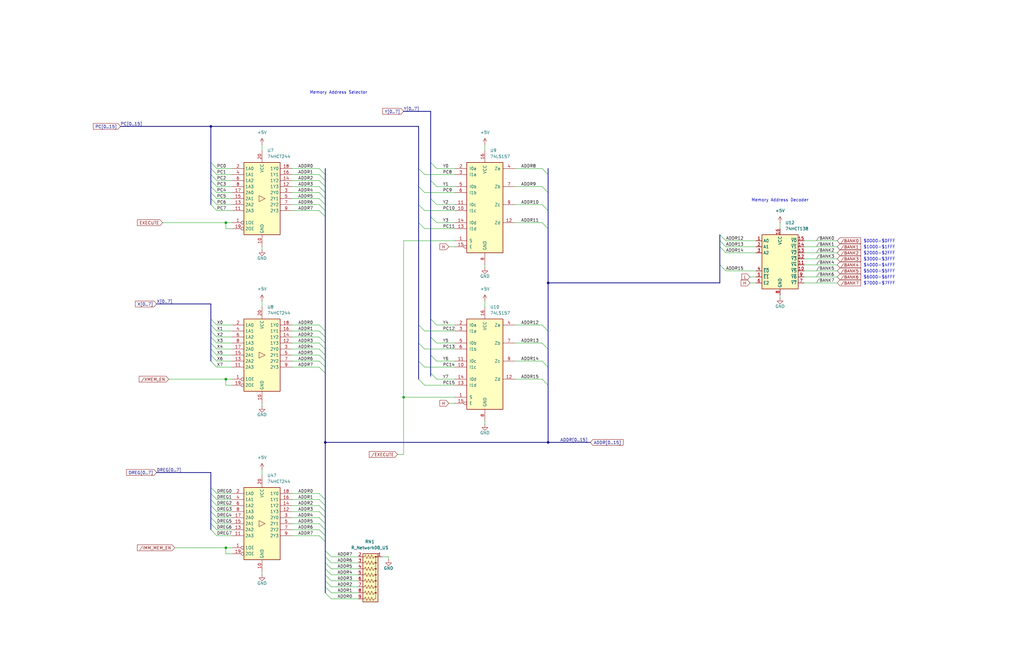
<source format=kicad_sch>
(kicad_sch (version 20231120) (generator "eeschema") (generator_version "8.0")
  (paper "B")
  (lib_symbols
    (symbol "74xx:74HCT138"
      (property "Reference" "U" (at -7.62 13.97 0))
      (property "Value" "74HCT138" (at 2.54 -11.43 0))
      (symbol "74HCT138_0_1"
        (rectangle (start -7.62 12.7) (end 7.62 -10.16) (stroke (width 0.254)) (fill (type background)))
      )
      (symbol "74HCT138_1_1"
        (pin input line (at -10.16 10.16 0) (length 2.54) (name "A0") (number "1"))
        (pin output line (at 10.16 -2.54 180) (length 2.54) (name "~{Y5}") (number "10"))
        (pin output line (at 10.16 0 180) (length 2.54) (name "~{Y4}") (number "11"))
        (pin output line (at 10.16 2.54 180) (length 2.54) (name "~{Y3}") (number "12"))
        (pin output line (at 10.16 5.08 180) (length 2.54) (name "~{Y2}") (number "13"))
        (pin output line (at 10.16 7.62 180) (length 2.54) (name "~{Y1}") (number "14"))
        (pin output line (at 10.16 10.16 180) (length 2.54) (name "~{Y0}") (number "15"))
        (pin power_in line (at 0 15.24 270) (length 2.54) (name "VCC") (number "16"))
        (pin input line (at -10.16 7.62 0) (length 2.54) (name "A1") (number "2"))
        (pin input line (at -10.16 5.08 0) (length 2.54) (name "A2") (number "3"))
        (pin input line (at -10.16 -2.54 0) (length 2.54) (name "~{E0}") (number "4"))
        (pin input line (at -10.16 -5.08 0) (length 2.54) (name "~{E1}") (number "5"))
        (pin input line (at -10.16 -7.62 0) (length 2.54) (name "E2") (number "6"))
        (pin output line (at 10.16 -7.62 180) (length 2.54) (name "~{Y7}") (number "7"))
        (pin power_in line (at 0 -12.7 90) (length 2.54) (name "GND") (number "8"))
        (pin output line (at 10.16 -5.08 180) (length 2.54) (name "~{Y6}") (number "9"))
      )
    )
    (symbol "74xx:74HCT244"
      (property "Reference" "U" (at -7.62 16.51 0))
      (property "Value" "74HCT244" (at -7.62 -16.51 0))
      (symbol "74HCT244_1_0"
        (polyline (pts (xy 1.27 0) (xy -1.27 1.27) (xy -1.27 -1.27) (xy 1.27 0)) (stroke (width 0.1524)))
        (pin input inverted (at -12.7 -10.16 0) (length 5.08) (name "1OE") (number "1"))
        (pin power_in line (at 0 -20.32 90) (length 5.08) (name "GND") (number "10"))
        (pin input line (at -12.7 -5.08 0) (length 5.08) (name "2A3") (number "11"))
        (pin tri_state line (at 12.7 5.08 180) (length 5.08) (name "1Y3") (number "12"))
        (pin input line (at -12.7 -2.54 0) (length 5.08) (name "2A2") (number "13"))
        (pin tri_state line (at 12.7 7.62 180) (length 5.08) (name "1Y2") (number "14"))
        (pin input line (at -12.7 0 0) (length 5.08) (name "2A1") (number "15"))
        (pin tri_state line (at 12.7 10.16 180) (length 5.08) (name "1Y1") (number "16"))
        (pin input line (at -12.7 2.54 0) (length 5.08) (name "2A0") (number "17"))
        (pin tri_state line (at 12.7 12.7 180) (length 5.08) (name "1Y0") (number "18"))
        (pin input inverted (at -12.7 -12.7 0) (length 5.08) (name "2OE") (number "19"))
        (pin input line (at -12.7 12.7 0) (length 5.08) (name "1A0") (number "2"))
        (pin power_in line (at 0 20.32 270) (length 5.08) (name "VCC") (number "20"))
        (pin tri_state line (at 12.7 2.54 180) (length 5.08) (name "2Y0") (number "3"))
        (pin input line (at -12.7 10.16 0) (length 5.08) (name "1A1") (number "4"))
        (pin tri_state line (at 12.7 0 180) (length 5.08) (name "2Y1") (number "5"))
        (pin input line (at -12.7 7.62 0) (length 5.08) (name "1A2") (number "6"))
        (pin tri_state line (at 12.7 -2.54 180) (length 5.08) (name "2Y2") (number "7"))
        (pin input line (at -12.7 5.08 0) (length 5.08) (name "1A3") (number "8"))
        (pin tri_state line (at 12.7 -5.08 180) (length 5.08) (name "2Y3") (number "9"))
      )
      (symbol "74HCT244_1_1"
        (rectangle (start -7.62 15.24) (end 7.62 -15.24) (stroke (width 0.254)) (fill (type background)))
      )
    )
    (symbol "74xx:74LS157" (pin_names (offset 1.016))
      (property "Reference" "U" (at -7.62 19.05 0))
      (property "Value" "74LS157" (at -7.62 -21.59 0))
      (symbol "74LS157_1_0"
        (pin input line (at -12.7 -15.24 0) (length 5.08) (name "S") (number "1"))
        (pin input line (at -12.7 -2.54 0) (length 5.08) (name "I1c") (number "10"))
        (pin input line (at -12.7 0 0) (length 5.08) (name "I0c") (number "11"))
        (pin output line (at 12.7 -7.62 180) (length 5.08) (name "Zd") (number "12"))
        (pin input line (at -12.7 -10.16 0) (length 5.08) (name "I1d") (number "13"))
        (pin input line (at -12.7 -7.62 0) (length 5.08) (name "I0d") (number "14"))
        (pin input inverted (at -12.7 -17.78 0) (length 5.08) (name "E") (number "15"))
        (pin power_in line (at 0 22.86 270) (length 5.08) (name "VCC") (number "16"))
        (pin input line (at -12.7 15.24 0) (length 5.08) (name "I0a") (number "2"))
        (pin input line (at -12.7 12.7 0) (length 5.08) (name "I1a") (number "3"))
        (pin output line (at 12.7 15.24 180) (length 5.08) (name "Za") (number "4"))
        (pin input line (at -12.7 7.62 0) (length 5.08) (name "I0b") (number "5"))
        (pin input line (at -12.7 5.08 0) (length 5.08) (name "I1b") (number "6"))
        (pin output line (at 12.7 7.62 180) (length 5.08) (name "Zb") (number "7"))
        (pin power_in line (at 0 -25.4 90) (length 5.08) (name "GND") (number "8"))
        (pin output line (at 12.7 0 180) (length 5.08) (name "Zc") (number "9"))
      )
      (symbol "74LS157_1_1"
        (rectangle (start -7.62 17.78) (end 7.62 -20.32) (stroke (width 0.254)) (fill (type background)))
      )
    )
    (symbol "Device:R_Network08_US" (pin_names (offset 0) hide)
      (property "Reference" "RN" (at -12.7 0 90))
      (property "Value" "R_Network08_US" (at 10.16 0 90))
      (symbol "R_Network08_US_0_1"
        (rectangle (start -11.43 -3.175) (end 8.89 3.175) (stroke (width 0.254)) (fill (type background)))
        (circle (center -10.16 2.286) (radius 0.254) (fill (type outline)))
        (circle (center -7.62 2.286) (radius 0.254) (fill (type outline)))
        (circle (center -5.08 2.286) (radius 0.254) (fill (type outline)))
        (circle (center -2.54 2.286) (radius 0.254) (fill (type outline)))
        (polyline (pts (xy -10.16 2.286) (xy 7.62 2.286)))
        (polyline (pts (xy -10.16 2.286) (xy -10.16 1.524) (xy -9.398 1.1684) (xy -10.922 0.508) (xy -9.398 -0.1524) (xy -10.922 -0.8382) (xy -9.398 -1.524) (xy -10.922 -2.1844) (xy -10.16 -2.54) (xy -10.16 -3.81)))
        (polyline (pts (xy -7.62 2.286) (xy -7.62 1.524) (xy -6.858 1.1684) (xy -8.382 0.508) (xy -6.858 -0.1524) (xy -8.382 -0.8382) (xy -6.858 -1.524) (xy -8.382 -2.1844) (xy -7.62 -2.54) (xy -7.62 -3.81)))
        (polyline (pts (xy -5.08 2.286) (xy -5.08 1.524) (xy -4.318 1.1684) (xy -5.842 0.508) (xy -4.318 -0.1524) (xy -5.842 -0.8382) (xy -4.318 -1.524) (xy -5.842 -2.1844) (xy -5.08 -2.54) (xy -5.08 -3.81)))
        (polyline (pts (xy -2.54 2.286) (xy -2.54 1.524) (xy -1.778 1.1684) (xy -3.302 0.508) (xy -1.778 -0.1524) (xy -3.302 -0.8382) (xy -1.778 -1.524) (xy -3.302 -2.1844) (xy -2.54 -2.54) (xy -2.54 -3.81)))
        (polyline (pts (xy 0 2.286) (xy 0 1.524) (xy 0.762 1.1684) (xy -0.762 0.508) (xy 0.762 -0.1524) (xy -0.762 -0.8382) (xy 0.762 -1.524) (xy -0.762 -2.1844) (xy 0 -2.54) (xy 0 -3.81)))
        (polyline (pts (xy 2.54 2.286) (xy 2.54 1.524) (xy 3.302 1.1684) (xy 1.778 0.508) (xy 3.302 -0.1524) (xy 1.778 -0.8382) (xy 3.302 -1.524) (xy 1.778 -2.1844) (xy 2.54 -2.54) (xy 2.54 -3.81)))
        (polyline (pts (xy 5.08 2.286) (xy 5.08 1.524) (xy 5.842 1.1684) (xy 4.318 0.508) (xy 5.842 -0.1524) (xy 4.318 -0.8382) (xy 5.842 -1.524) (xy 4.318 -2.1844) (xy 5.08 -2.54) (xy 5.08 -3.81)))
        (polyline (pts (xy 7.62 2.286) (xy 7.62 1.524) (xy 8.382 1.1684) (xy 6.858 0.508) (xy 8.382 -0.1524) (xy 6.858 -0.8382) (xy 8.382 -1.524) (xy 6.858 -2.1844) (xy 7.62 -2.54) (xy 7.62 -3.81)))
        (circle (center 0 2.286) (radius 0.254) (fill (type outline)))
        (circle (center 2.54 2.286) (radius 0.254) (fill (type outline)))
        (circle (center 5.08 2.286) (radius 0.254) (fill (type outline)))
      )
      (symbol "R_Network08_US_1_1"
        (pin passive line (at -10.16 5.08 270) (length 2.54) (name "common") (number "1"))
        (pin passive line (at -10.16 -5.08 90) (length 1.27) (name "R1") (number "2"))
        (pin passive line (at -7.62 -5.08 90) (length 1.27) (name "R2") (number "3"))
        (pin passive line (at -5.08 -5.08 90) (length 1.27) (name "R3") (number "4"))
        (pin passive line (at -2.54 -5.08 90) (length 1.27) (name "R4") (number "5"))
        (pin passive line (at 0 -5.08 90) (length 1.27) (name "R5") (number "6"))
        (pin passive line (at 2.54 -5.08 90) (length 1.27) (name "R6") (number "7"))
        (pin passive line (at 5.08 -5.08 90) (length 1.27) (name "R7") (number "8"))
        (pin passive line (at 7.62 -5.08 90) (length 1.27) (name "R8") (number "9"))
      )
    )
    (symbol "power:+5V" (power) (pin_numbers hide) (pin_names (offset 0) hide)
      (property "Value" "+5V" (at 0 3.556 0))
      (symbol "+5V_0_1"
        (polyline (pts (xy -0.762 1.27) (xy 0 2.54)))
        (polyline (pts (xy 0 0) (xy 0 2.54)))
        (polyline (pts (xy 0 2.54) (xy 0.762 1.27)))
      )
      (symbol "+5V_1_1"
        (pin power_in line (at 0 0 90) (length 0) (name "~") (number "1"))
      )
    )
    (symbol "power:GND" (power) (pin_numbers hide) (pin_names (offset 0) hide)
      (property "Value" "GND" (at 0 -3.81 0))
      (symbol "GND_0_1"
        (polyline (pts (xy 0 0) (xy 0 -1.27) (xy 1.27 -1.27) (xy 0 -2.54) (xy -1.27 -1.27) (xy 0 -1.27)))
      )
      (symbol "GND_1_1"
        (pin power_in line (at 0 0 270) (length 0) (name "~") (number "1"))
      )
    )
  )
  (junction (at 170.18 167.64))
  (junction (at 231.14 186.69))
  (junction (at 137.16 186.69))
  (junction (at 95.25 160.02))
  (junction (at 231.14 119.38))
  (junction (at 95.25 93.98))
  (junction (at 88.9 53.34))
  (junction (at 95.25 231.14))
  (bus_entry (at 181.61 83.82) (size 2.54 2.54))
  (bus_entry (at 303.53 111.76) (size 2.54 2.54))
  (bus_entry (at 134.62 223.52) (size 2.54 2.54))
  (bus_entry (at 176.53 152.4) (size 2.54 2.54))
  (bus_entry (at 88.9 220.98) (size 2.54 2.54))
  (bus_entry (at 134.62 81.28) (size 2.54 2.54))
  (bus_entry (at 88.9 210.82) (size 2.54 2.54))
  (bus_entry (at 88.9 152.4) (size 2.54 2.54))
  (bus_entry (at 88.9 142.24) (size 2.54 2.54))
  (bus_entry (at 88.9 213.36) (size 2.54 2.54))
  (bus_entry (at 88.9 144.78) (size 2.54 2.54))
  (bus_entry (at 303.53 99.06) (size 2.54 2.54))
  (bus_entry (at 88.9 78.74) (size 2.54 2.54))
  (bus_entry (at 88.9 71.12) (size 2.54 2.54))
  (bus_entry (at 134.62 213.36) (size 2.54 2.54))
  (bus_entry (at 88.9 208.28) (size 2.54 2.54))
  (bus_entry (at 134.62 154.94) (size 2.54 2.54))
  (bus_entry (at 139.7 234.95) (size -2.54 -2.54))
  (bus_entry (at 88.9 139.7) (size 2.54 2.54))
  (bus_entry (at 134.62 144.78) (size 2.54 2.54))
  (bus_entry (at 228.6 144.78) (size 2.54 2.54))
  (bus_entry (at 88.9 205.74) (size 2.54 2.54))
  (bus_entry (at 134.62 215.9) (size 2.54 2.54))
  (bus_entry (at 88.9 76.2) (size 2.54 2.54))
  (bus_entry (at 88.9 81.28) (size 2.54 2.54))
  (bus_entry (at 181.61 157.48) (size 2.54 2.54))
  (bus_entry (at 134.62 218.44) (size 2.54 2.54))
  (bus_entry (at 134.62 147.32) (size 2.54 2.54))
  (bus_entry (at 134.62 149.86) (size 2.54 2.54))
  (bus_entry (at 181.61 91.44) (size 2.54 2.54))
  (bus_entry (at 181.61 142.24) (size 2.54 2.54))
  (bus_entry (at 176.53 144.78) (size 2.54 2.54))
  (bus_entry (at 139.7 242.57) (size -2.54 -2.54))
  (bus_entry (at 88.9 134.62) (size 2.54 2.54))
  (bus_entry (at 134.62 137.16) (size 2.54 2.54))
  (bus_entry (at 228.6 152.4) (size 2.54 2.54))
  (bus_entry (at 134.62 71.12) (size 2.54 2.54))
  (bus_entry (at 88.9 68.58) (size 2.54 2.54))
  (bus_entry (at 303.53 101.6) (size 2.54 2.54))
  (bus_entry (at 176.53 78.74) (size 2.54 2.54))
  (bus_entry (at 88.9 147.32) (size 2.54 2.54))
  (bus_entry (at 181.61 134.62) (size 2.54 2.54))
  (bus_entry (at 228.6 71.12) (size 2.54 2.54))
  (bus_entry (at 176.53 93.98) (size 2.54 2.54))
  (bus_entry (at 88.9 218.44) (size 2.54 2.54))
  (bus_entry (at 134.62 83.82) (size 2.54 2.54))
  (bus_entry (at 303.53 104.14) (size 2.54 2.54))
  (bus_entry (at 134.62 210.82) (size 2.54 2.54))
  (bus_entry (at 176.53 71.12) (size 2.54 2.54))
  (bus_entry (at 139.7 240.03) (size -2.54 -2.54))
  (bus_entry (at 139.7 250.19) (size -2.54 -2.54))
  (bus_entry (at 88.9 73.66) (size 2.54 2.54))
  (bus_entry (at 228.6 93.98) (size 2.54 2.54))
  (bus_entry (at 176.53 160.02) (size 2.54 2.54))
  (bus_entry (at 134.62 139.7) (size 2.54 2.54))
  (bus_entry (at 88.9 215.9) (size 2.54 2.54))
  (bus_entry (at 88.9 137.16) (size 2.54 2.54))
  (bus_entry (at 228.6 86.36) (size 2.54 2.54))
  (bus_entry (at 88.9 86.36) (size 2.54 2.54))
  (bus_entry (at 134.62 78.74) (size 2.54 2.54))
  (bus_entry (at 181.61 76.2) (size 2.54 2.54))
  (bus_entry (at 139.7 245.11) (size -2.54 -2.54))
  (bus_entry (at 134.62 152.4) (size 2.54 2.54))
  (bus_entry (at 134.62 73.66) (size 2.54 2.54))
  (bus_entry (at 228.6 160.02) (size 2.54 2.54))
  (bus_entry (at 88.9 149.86) (size 2.54 2.54))
  (bus_entry (at 139.7 237.49) (size -2.54 -2.54))
  (bus_entry (at 134.62 88.9) (size 2.54 2.54))
  (bus_entry (at 176.53 137.16) (size 2.54 2.54))
  (bus_entry (at 228.6 137.16) (size 2.54 2.54))
  (bus_entry (at 134.62 220.98) (size 2.54 2.54))
  (bus_entry (at 176.53 86.36) (size 2.54 2.54))
  (bus_entry (at 88.9 223.52) (size 2.54 2.54))
  (bus_entry (at 181.61 68.58) (size 2.54 2.54))
  (bus_entry (at 134.62 86.36) (size 2.54 2.54))
  (bus_entry (at 139.7 252.73) (size -2.54 -2.54))
  (bus_entry (at 88.9 83.82) (size 2.54 2.54))
  (bus_entry (at 139.7 247.65) (size -2.54 -2.54))
  (bus_entry (at 228.6 78.74) (size 2.54 2.54))
  (bus_entry (at 134.62 142.24) (size 2.54 2.54))
  (bus_entry (at 134.62 76.2) (size 2.54 2.54))
  (bus_entry (at 134.62 208.28) (size 2.54 2.54))
  (bus_entry (at 181.61 149.86) (size 2.54 2.54))
  (bus_entry (at 134.62 226.06) (size 2.54 2.54))
  (bus (pts (xy 231.14 147.32) (xy 231.14 154.94)))
  (wire (pts (xy 123.19 83.82) (xy 134.62 83.82)))
  (wire (pts (xy 191.77 101.6) (xy 170.18 101.6)))
  (wire (pts (xy 184.15 144.78) (xy 191.77 144.78)))
  (wire (pts (xy 204.47 60.96) (xy 204.47 63.5)))
  (bus (pts (xy 231.14 139.7) (xy 231.14 147.32)))
  (bus (pts (xy 181.61 83.82) (xy 181.61 91.44)))
  (wire (pts (xy 328.93 124.46) (xy 328.93 125.73)))
  (wire (pts (xy 97.79 96.52) (xy 95.25 96.52)))
  (wire (pts (xy 179.07 96.52) (xy 191.77 96.52)))
  (bus (pts (xy 88.9 139.7) (xy 88.9 142.24)))
  (wire (pts (xy 110.49 60.96) (xy 110.49 63.5)))
  (wire (pts (xy 217.17 71.12) (xy 228.6 71.12)))
  (bus (pts (xy 88.9 218.44) (xy 88.9 220.98)))
  (wire (pts (xy 73.66 231.14) (xy 95.25 231.14)))
  (wire (pts (xy 95.25 160.02) (xy 97.79 160.02)))
  (bus (pts (xy 137.16 223.52) (xy 137.16 226.06)))
  (wire (pts (xy 339.09 119.38) (xy 353.06 119.38)))
  (bus (pts (xy 137.16 240.03) (xy 137.16 237.49)))
  (wire (pts (xy 339.09 106.68) (xy 353.06 106.68)))
  (wire (pts (xy 306.07 104.14) (xy 318.77 104.14)))
  (wire (pts (xy 179.07 162.56) (xy 191.77 162.56)))
  (bus (pts (xy 88.9 71.12) (xy 88.9 73.66)))
  (wire (pts (xy 217.17 144.78) (xy 228.6 144.78)))
  (bus (pts (xy 137.16 242.57) (xy 137.16 245.11)))
  (wire (pts (xy 91.44 137.16) (xy 97.79 137.16)))
  (bus (pts (xy 88.9 199.39) (xy 88.9 205.74)))
  (wire (pts (xy 123.19 137.16) (xy 134.62 137.16)))
  (bus (pts (xy 137.16 215.9) (xy 137.16 218.44)))
  (wire (pts (xy 91.44 142.24) (xy 97.79 142.24)))
  (wire (pts (xy 204.47 177.8) (xy 204.47 179.07)))
  (bus (pts (xy 176.53 160.02) (xy 176.53 152.4)))
  (wire (pts (xy 189.23 170.18) (xy 191.77 170.18)))
  (wire (pts (xy 123.19 218.44) (xy 134.62 218.44)))
  (bus (pts (xy 88.9 220.98) (xy 88.9 223.52)))
  (bus (pts (xy 137.16 228.6) (xy 137.16 232.41)))
  (wire (pts (xy 184.15 152.4) (xy 191.77 152.4)))
  (wire (pts (xy 151.13 237.49) (xy 139.7 237.49)))
  (bus (pts (xy 137.16 186.69) (xy 231.14 186.69)))
  (bus (pts (xy 88.9 134.62) (xy 88.9 137.16)))
  (wire (pts (xy 339.09 104.14) (xy 353.06 104.14)))
  (bus (pts (xy 181.61 91.44) (xy 181.61 134.62)))
  (wire (pts (xy 179.07 73.66) (xy 191.77 73.66)))
  (wire (pts (xy 95.25 93.98) (xy 97.79 93.98)))
  (bus (pts (xy 137.16 73.66) (xy 137.16 76.2)))
  (bus (pts (xy 137.16 220.98) (xy 137.16 223.52)))
  (bus (pts (xy 181.61 142.24) (xy 181.61 149.86)))
  (bus (pts (xy 231.14 73.66) (xy 231.14 81.28)))
  (bus (pts (xy 137.16 154.94) (xy 137.16 157.48)))
  (wire (pts (xy 91.44 220.98) (xy 97.79 220.98)))
  (bus (pts (xy 88.9 137.16) (xy 88.9 139.7)))
  (wire (pts (xy 123.19 149.86) (xy 134.62 149.86)))
  (wire (pts (xy 91.44 73.66) (xy 97.79 73.66)))
  (wire (pts (xy 91.44 86.36) (xy 97.79 86.36)))
  (bus (pts (xy 137.16 78.74) (xy 137.16 81.28)))
  (bus (pts (xy 88.9 83.82) (xy 88.9 86.36)))
  (bus (pts (xy 88.9 205.74) (xy 88.9 208.28)))
  (wire (pts (xy 123.19 73.66) (xy 134.62 73.66)))
  (wire (pts (xy 91.44 154.94) (xy 97.79 154.94)))
  (wire (pts (xy 91.44 88.9) (xy 97.79 88.9)))
  (bus (pts (xy 181.61 157.48) (xy 181.61 158.75)))
  (wire (pts (xy 184.15 86.36) (xy 191.77 86.36)))
  (bus (pts (xy 50.8 53.34) (xy 88.9 53.34)))
  (bus (pts (xy 88.9 142.24) (xy 88.9 144.78)))
  (bus (pts (xy 170.18 46.99) (xy 181.61 46.99)))
  (wire (pts (xy 91.44 139.7) (xy 97.79 139.7)))
  (bus (pts (xy 181.61 134.62) (xy 181.61 142.24)))
  (wire (pts (xy 123.19 220.98) (xy 134.62 220.98)))
  (wire (pts (xy 91.44 78.74) (xy 97.79 78.74)))
  (wire (pts (xy 316.23 116.84) (xy 318.77 116.84)))
  (wire (pts (xy 184.15 93.98) (xy 191.77 93.98)))
  (bus (pts (xy 176.53 144.78) (xy 176.53 137.16)))
  (wire (pts (xy 91.44 83.82) (xy 97.79 83.82)))
  (wire (pts (xy 95.25 96.52) (xy 95.25 93.98)))
  (bus (pts (xy 137.16 232.41) (xy 137.16 234.95)))
  (wire (pts (xy 91.44 81.28) (xy 97.79 81.28)))
  (bus (pts (xy 88.9 53.34) (xy 88.9 68.58)))
  (wire (pts (xy 306.07 106.68) (xy 318.77 106.68)))
  (wire (pts (xy 151.13 247.65) (xy 139.7 247.65)))
  (bus (pts (xy 88.9 147.32) (xy 88.9 149.86)))
  (bus (pts (xy 88.9 128.27) (xy 88.9 134.62)))
  (wire (pts (xy 95.25 233.68) (xy 95.25 231.14)))
  (bus (pts (xy 88.9 68.58) (xy 88.9 71.12)))
  (wire (pts (xy 123.19 81.28) (xy 134.62 81.28)))
  (wire (pts (xy 123.19 210.82) (xy 134.62 210.82)))
  (wire (pts (xy 170.18 167.64) (xy 170.18 191.77)))
  (bus (pts (xy 176.53 137.16) (xy 176.53 93.98)))
  (wire (pts (xy 339.09 111.76) (xy 353.06 111.76)))
  (bus (pts (xy 88.9 213.36) (xy 88.9 215.9)))
  (wire (pts (xy 123.19 152.4) (xy 134.62 152.4)))
  (wire (pts (xy 306.07 101.6) (xy 318.77 101.6)))
  (bus (pts (xy 231.14 119.38) (xy 231.14 139.7)))
  (wire (pts (xy 123.19 215.9) (xy 134.62 215.9)))
  (wire (pts (xy 204.47 127) (xy 204.47 129.54)))
  (wire (pts (xy 123.19 147.32) (xy 134.62 147.32)))
  (bus (pts (xy 88.9 81.28) (xy 88.9 83.82)))
  (bus (pts (xy 176.53 53.34) (xy 176.53 71.12)))
  (bus (pts (xy 137.16 76.2) (xy 137.16 78.74)))
  (wire (pts (xy 123.19 86.36) (xy 134.62 86.36)))
  (bus (pts (xy 303.53 101.6) (xy 303.53 104.14)))
  (bus (pts (xy 88.9 78.74) (xy 88.9 81.28)))
  (wire (pts (xy 110.49 241.3) (xy 110.49 242.57)))
  (bus (pts (xy 231.14 96.52) (xy 231.14 119.38)))
  (wire (pts (xy 167.64 191.77) (xy 170.18 191.77)))
  (bus (pts (xy 231.14 119.38) (xy 303.53 119.38)))
  (wire (pts (xy 91.44 208.28) (xy 97.79 208.28)))
  (wire (pts (xy 123.19 78.74) (xy 134.62 78.74)))
  (wire (pts (xy 91.44 213.36) (xy 97.79 213.36)))
  (wire (pts (xy 123.19 154.94) (xy 134.62 154.94)))
  (wire (pts (xy 110.49 198.12) (xy 110.49 200.66)))
  (wire (pts (xy 217.17 152.4) (xy 228.6 152.4)))
  (wire (pts (xy 123.19 71.12) (xy 134.62 71.12)))
  (bus (pts (xy 137.16 152.4) (xy 137.16 154.94)))
  (bus (pts (xy 88.9 208.28) (xy 88.9 210.82)))
  (wire (pts (xy 316.23 119.38) (xy 318.77 119.38)))
  (bus (pts (xy 137.16 242.57) (xy 137.16 240.03)))
  (wire (pts (xy 328.93 93.98) (xy 328.93 96.52)))
  (wire (pts (xy 123.19 76.2) (xy 134.62 76.2)))
  (wire (pts (xy 151.13 250.19) (xy 139.7 250.19)))
  (wire (pts (xy 123.19 213.36) (xy 134.62 213.36)))
  (wire (pts (xy 189.23 104.14) (xy 191.77 104.14)))
  (bus (pts (xy 137.16 250.19) (xy 137.16 247.65)))
  (bus (pts (xy 303.53 111.76) (xy 303.53 119.38)))
  (wire (pts (xy 91.44 218.44) (xy 97.79 218.44)))
  (bus (pts (xy 176.53 86.36) (xy 176.53 78.74)))
  (wire (pts (xy 217.17 93.98) (xy 228.6 93.98)))
  (wire (pts (xy 184.15 71.12) (xy 191.77 71.12)))
  (bus (pts (xy 176.53 78.74) (xy 176.53 71.12)))
  (bus (pts (xy 88.9 76.2) (xy 88.9 78.74)))
  (bus (pts (xy 137.16 88.9) (xy 137.16 91.44)))
  (wire (pts (xy 123.19 208.28) (xy 134.62 208.28)))
  (wire (pts (xy 91.44 71.12) (xy 97.79 71.12)))
  (bus (pts (xy 137.16 139.7) (xy 137.16 142.24)))
  (wire (pts (xy 163.83 236.22) (xy 163.83 234.95)))
  (wire (pts (xy 339.09 101.6) (xy 353.06 101.6)))
  (wire (pts (xy 151.13 240.03) (xy 139.7 240.03)))
  (bus (pts (xy 88.9 210.82) (xy 88.9 213.36)))
  (wire (pts (xy 217.17 86.36) (xy 228.6 86.36)))
  (wire (pts (xy 123.19 223.52) (xy 134.62 223.52)))
  (bus (pts (xy 66.04 128.27) (xy 88.9 128.27)))
  (bus (pts (xy 137.16 210.82) (xy 137.16 213.36)))
  (wire (pts (xy 170.18 167.64) (xy 191.77 167.64)))
  (wire (pts (xy 339.09 109.22) (xy 353.06 109.22)))
  (wire (pts (xy 179.07 154.94) (xy 191.77 154.94)))
  (bus (pts (xy 181.61 76.2) (xy 181.61 83.82)))
  (wire (pts (xy 151.13 242.57) (xy 139.7 242.57)))
  (wire (pts (xy 91.44 149.86) (xy 97.79 149.86)))
  (bus (pts (xy 303.53 99.06) (xy 303.53 101.6)))
  (bus (pts (xy 137.16 144.78) (xy 137.16 147.32)))
  (wire (pts (xy 110.49 170.18) (xy 110.49 171.45)))
  (bus (pts (xy 66.04 199.39) (xy 88.9 199.39)))
  (wire (pts (xy 97.79 162.56) (xy 95.25 162.56)))
  (wire (pts (xy 95.25 231.14) (xy 97.79 231.14)))
  (bus (pts (xy 181.61 46.99) (xy 181.61 68.58)))
  (bus (pts (xy 137.16 142.24) (xy 137.16 144.78)))
  (bus (pts (xy 88.9 215.9) (xy 88.9 218.44)))
  (bus (pts (xy 137.16 86.36) (xy 137.16 88.9)))
  (wire (pts (xy 184.15 78.74) (xy 191.77 78.74)))
  (wire (pts (xy 91.44 152.4) (xy 97.79 152.4)))
  (bus (pts (xy 181.61 149.86) (xy 181.61 157.48)))
  (wire (pts (xy 306.07 114.3) (xy 318.77 114.3)))
  (bus (pts (xy 231.14 71.12) (xy 231.14 73.66)))
  (bus (pts (xy 231.14 154.94) (xy 231.14 162.56)))
  (wire (pts (xy 91.44 223.52) (xy 97.79 223.52)))
  (bus (pts (xy 137.16 81.28) (xy 137.16 83.82)))
  (wire (pts (xy 97.79 233.68) (xy 95.25 233.68)))
  (wire (pts (xy 110.49 127) (xy 110.49 129.54)))
  (bus (pts (xy 137.16 213.36) (xy 137.16 215.9)))
  (bus (pts (xy 137.16 226.06) (xy 137.16 228.6)))
  (bus (pts (xy 303.53 104.14) (xy 303.53 111.76)))
  (bus (pts (xy 176.53 152.4) (xy 176.53 144.78)))
  (wire (pts (xy 204.47 111.76) (xy 204.47 113.03)))
  (wire (pts (xy 123.19 139.7) (xy 134.62 139.7)))
  (wire (pts (xy 123.19 142.24) (xy 134.62 142.24)))
  (wire (pts (xy 151.13 234.95) (xy 139.7 234.95)))
  (bus (pts (xy 137.16 218.44) (xy 137.16 220.98)))
  (bus (pts (xy 88.9 144.78) (xy 88.9 147.32)))
  (wire (pts (xy 179.07 88.9) (xy 191.77 88.9)))
  (wire (pts (xy 179.07 139.7) (xy 191.77 139.7)))
  (wire (pts (xy 151.13 252.73) (xy 139.7 252.73)))
  (bus (pts (xy 137.16 147.32) (xy 137.16 149.86)))
  (wire (pts (xy 179.07 147.32) (xy 191.77 147.32)))
  (bus (pts (xy 137.16 83.82) (xy 137.16 86.36)))
  (bus (pts (xy 137.16 247.65) (xy 137.16 245.11)))
  (wire (pts (xy 123.19 88.9) (xy 134.62 88.9)))
  (bus (pts (xy 231.14 186.69) (xy 248.92 186.69)))
  (wire (pts (xy 91.44 226.06) (xy 97.79 226.06)))
  (bus (pts (xy 176.53 93.98) (xy 176.53 86.36)))
  (bus (pts (xy 137.16 91.44) (xy 137.16 139.7)))
  (wire (pts (xy 339.09 116.84) (xy 353.06 116.84)))
  (bus (pts (xy 88.9 53.34) (xy 176.53 53.34)))
  (wire (pts (xy 110.49 104.14) (xy 110.49 105.41)))
  (wire (pts (xy 91.44 147.32) (xy 97.79 147.32)))
  (wire (pts (xy 71.12 160.02) (xy 95.25 160.02)))
  (bus (pts (xy 181.61 68.58) (xy 181.61 76.2)))
  (bus (pts (xy 137.16 237.49) (xy 137.16 234.95)))
  (wire (pts (xy 91.44 144.78) (xy 97.79 144.78)))
  (wire (pts (xy 163.83 234.95) (xy 161.29 234.95)))
  (wire (pts (xy 91.44 76.2) (xy 97.79 76.2)))
  (wire (pts (xy 184.15 160.02) (xy 191.77 160.02)))
  (wire (pts (xy 179.07 81.28) (xy 191.77 81.28)))
  (wire (pts (xy 91.44 210.82) (xy 97.79 210.82)))
  (wire (pts (xy 151.13 245.11) (xy 139.7 245.11)))
  (wire (pts (xy 91.44 215.9) (xy 97.79 215.9)))
  (wire (pts (xy 170.18 101.6) (xy 170.18 167.64)))
  (wire (pts (xy 95.25 162.56) (xy 95.25 160.02)))
  (wire (pts (xy 123.19 226.06) (xy 134.62 226.06)))
  (bus (pts (xy 137.16 71.12) (xy 137.16 73.66)))
  (wire (pts (xy 184.15 137.16) (xy 191.77 137.16)))
  (bus (pts (xy 231.14 81.28) (xy 231.14 88.9)))
  (bus (pts (xy 137.16 186.69) (xy 137.16 210.82)))
  (wire (pts (xy 339.09 114.3) (xy 353.06 114.3)))
  (bus (pts (xy 88.9 149.86) (xy 88.9 152.4)))
  (wire (pts (xy 123.19 144.78) (xy 134.62 144.78)))
  (wire (pts (xy 217.17 137.16) (xy 228.6 137.16)))
  (wire (pts (xy 68.58 93.98) (xy 95.25 93.98)))
  (bus (pts (xy 137.16 157.48) (xy 137.16 186.69)))
  (bus (pts (xy 88.9 73.66) (xy 88.9 76.2)))
  (wire (pts (xy 217.17 160.02) (xy 228.6 160.02)))
  (bus (pts (xy 137.16 149.86) (xy 137.16 152.4)))
  (wire (pts (xy 217.17 78.74) (xy 228.6 78.74)))
  (bus (pts (xy 231.14 162.56) (xy 231.14 186.69)))
  (bus (pts (xy 231.14 88.9) (xy 231.14 96.52)))
  (text "Memory Address Decoder" (at 328.93 84.582 0) (effects (font (size 1.27 1.27))))
  (text "$7000-$7FFF\n" (at 370.84 119.634 0) (effects (font (size 1.27 1.27))))
  (text "$1000-$1FFF\n" (at 370.84 104.394 0) (effects (font (size 1.27 1.27))))
  (text "$6000-$6FFF\n" (at 370.84 117.094 0) (effects (font (size 1.27 1.27))))
  (text "Memory Address Selector" (at 142.748 39.116 0) (effects (font (size 1.27 1.27))))
  (text "$5000-$5FFF\n" (at 370.84 114.554 0) (effects (font (size 1.27 1.27))))
  (text "$3000-$3FFF\n" (at 370.84 109.474 0) (effects (font (size 1.27 1.27))))
  (text "$2000-$2FFF\n" (at 370.84 106.934 0) (effects (font (size 1.27 1.27))))
  (text "$0000-$0FFF\n" (at 370.84 101.854 0) (effects (font (size 1.27 1.27))))
  (text "$4000-$4FFF\n" (at 370.84 112.014 0) (effects (font (size 1.27 1.27))))
  (label "PC14" (at 186.69 154.94 0))
  (label "ADDR0" (at 125.73 71.12 0))
  (label "PC12" (at 186.69 139.7 0))
  (label "DREG5" (at 91.44 220.98 0))
  (label "{slash}BANK0" (at 344.17 101.6 0))
  (label "{slash}BANK6" (at 344.17 116.84 0))
  (label "ADDR3" (at 125.73 144.78 0))
  (label "ADDR8" (at 219.71 71.12 0))
  (label "DREG0" (at 91.44 208.28 0))
  (label "X4" (at 91.44 147.32 0))
  (label "{slash}BANK3" (at 344.17 109.22 0))
  (label "{slash}BANK2" (at 344.17 106.68 0))
  (label "ADDR15" (at 219.71 160.02 0))
  (label "ADDR2" (at 148.59 247.65 180))
  (label "X6" (at 91.44 152.4 0))
  (label "PC4" (at 91.44 81.28 0))
  (label "ADDR2" (at 125.73 76.2 0))
  (label "PC15" (at 186.69 162.56 0))
  (label "X[0..7]" (at 66.04 128.27 0))
  (label "ADDR14" (at 306.07 106.68 0))
  (label "X0" (at 91.44 137.16 0))
  (label "ADDR4" (at 125.73 218.44 0))
  (label "ADDR3" (at 148.59 245.11 180))
  (label "ADDR5" (at 125.73 149.86 0))
  (label "{slash}BANK1" (at 344.17 104.14 0))
  (label "ADDR9" (at 219.71 78.74 0))
  (label "ADDR5" (at 125.73 220.98 0))
  (label "ADDR1" (at 125.73 73.66 0))
  (label "ADDR13" (at 219.71 144.78 0))
  (label "Y4" (at 186.69 137.16 0))
  (label "DREG[0..7]" (at 66.04 199.39 0))
  (label "Y0" (at 186.69 71.12 0))
  (label "DREG6" (at 91.44 223.52 0))
  (label "{slash}BANK4" (at 344.17 111.76 0))
  (label "ADDR7" (at 148.59 234.95 180))
  (label "ADDR4" (at 125.73 147.32 0))
  (label "ADDR6" (at 125.73 223.52 0))
  (label "X3" (at 91.44 144.78 0))
  (label "ADDR4" (at 125.73 81.28 0))
  (label "ADDR1" (at 125.73 210.82 0))
  (label "PC3" (at 91.44 78.74 0))
  (label "ADDR12" (at 219.71 137.16 0))
  (label "{slash}BANK5" (at 344.17 114.3 0))
  (label "ADDR13" (at 306.07 104.14 0))
  (label "DREG4" (at 91.44 218.44 0))
  (label "PC[0..15]" (at 50.8 53.34 0))
  (label "ADDR6" (at 125.73 152.4 0))
  (label "ADDR0" (at 125.73 208.28 0))
  (label "PC8" (at 186.69 73.66 0))
  (label "PC2" (at 91.44 76.2 0))
  (label "{slash}BANK7" (at 344.17 119.38 0))
  (label "ADDR1" (at 148.59 250.19 180))
  (label "DREG2" (at 91.44 213.36 0))
  (label "Y7" (at 186.69 160.02 0))
  (label "ADDR10" (at 219.71 86.36 0))
  (label "DREG7" (at 91.44 226.06 0))
  (label "ADDR5" (at 125.73 83.82 0))
  (label "ADDR0" (at 125.73 137.16 0))
  (label "ADDR6" (at 125.73 86.36 0))
  (label "ADDR12" (at 306.07 101.6 0))
  (label "ADDR7" (at 125.73 226.06 0))
  (label "ADDR3" (at 125.73 78.74 0))
  (label "ADDR2" (at 125.73 213.36 0))
  (label "X5" (at 91.44 149.86 0))
  (label "DREG1" (at 91.44 210.82 0))
  (label "Y5" (at 186.69 144.78 0))
  (label "ADDR6" (at 148.59 237.49 180))
  (label "PC11" (at 186.69 96.52 0))
  (label "ADDR3" (at 125.73 215.9 0))
  (label "PC6" (at 91.44 86.36 0))
  (label "Y3" (at 186.69 93.98 0))
  (label "X2" (at 91.44 142.24 0))
  (label "ADDR7" (at 125.73 88.9 0))
  (label "Y2" (at 186.69 86.36 0))
  (label "PC13" (at 186.69 147.32 0))
  (label "ADDR4" (at 148.59 242.57 180))
  (label "ADDR15" (at 306.07 114.3 0))
  (label "ADDR1" (at 125.73 139.7 0))
  (label "ADDR2" (at 125.73 142.24 0))
  (label "ADDR5" (at 148.59 240.03 180))
  (label "PC9" (at 186.69 81.28 0))
  (label "ADDR7" (at 125.73 154.94 0))
  (label "Y6" (at 186.69 152.4 0))
  (label "X7" (at 91.44 154.94 0))
  (label "Y1" (at 186.69 78.74 0))
  (label "ADDR14" (at 219.71 152.4 0))
  (label "PC10" (at 186.69 88.9 0))
  (label "X1" (at 91.44 139.7 0))
  (label "ADDR0" (at 148.59 252.73 180))
  (label "ADDR11" (at 219.71 93.98 0))
  (label "PC0" (at 91.44 71.12 0))
  (label "Y[0..7]" (at 170.18 46.99 0))
  (label "PC7" (at 91.44 88.9 0))
  (label "DREG3" (at 91.44 215.9 0))
  (label "PC5" (at 91.44 83.82 0))
  (label "ADDR[0..15]" (at 236.22 186.69 0))
  (label "PC1" (at 91.44 73.66 0))
  (global_label "DREG[0..7]" (shape input) (at 66.04 199.39 180) (property "Intersheetrefs" "${INTERSHEET_REFS}" (effects (hide yes))))
  (global_label "H" (shape input) (at 189.23 104.14 180) (property "Intersheetrefs" "${INTERSHEET_REFS}" (effects (hide yes))))
  (global_label "ADDR[0..15]" (shape input) (at 248.92 186.69 0) (property "Intersheetrefs" "${INTERSHEET_REFS}" (effects (hide yes))))
  (global_label "{slash}BANK4" (shape input) (at 353.06 111.76 0) (property "Intersheetrefs" "${INTERSHEET_REFS}" (effects (hide yes))))
  (global_label "Y[0..7]" (shape input) (at 170.18 46.99 180) (property "Intersheetrefs" "${INTERSHEET_REFS}" (effects (hide yes))))
  (global_label "{slash}BANK2" (shape input) (at 353.06 106.68 0) (property "Intersheetrefs" "${INTERSHEET_REFS}" (effects (hide yes))))
  (global_label "{slash}BANK3" (shape input) (at 353.06 109.22 0) (property "Intersheetrefs" "${INTERSHEET_REFS}" (effects (hide yes))))
  (global_label "{slash}BANK0" (shape input) (at 353.06 101.6 0) (property "Intersheetrefs" "${INTERSHEET_REFS}" (effects (hide yes))))
  (global_label "L" (shape input) (at 316.23 116.84 180) (property "Intersheetrefs" "${INTERSHEET_REFS}" (effects (hide yes))))
  (global_label "{slash}EXECUTE" (shape input) (at 167.64 191.77 180) (property "Intersheetrefs" "${INTERSHEET_REFS}" (effects (hide yes))))
  (global_label "{slash}BANK5" (shape input) (at 353.06 114.3 0) (property "Intersheetrefs" "${INTERSHEET_REFS}" (effects (hide yes))))
  (global_label "{slash}IMM_MEM_EN" (shape input) (at 73.66 231.14 180) (property "Intersheetrefs" "${INTERSHEET_REFS}" (effects (hide yes))))
  (global_label "H" (shape input) (at 316.23 119.38 180) (property "Intersheetrefs" "${INTERSHEET_REFS}" (effects (hide yes))))
  (global_label "PC[0..15]" (shape input) (at 50.8 53.34 180) (property "Intersheetrefs" "${INTERSHEET_REFS}" (effects (hide yes))))
  (global_label "X[0..7]" (shape input) (at 66.04 128.27 180) (property "Intersheetrefs" "${INTERSHEET_REFS}" (effects (hide yes))))
  (global_label "EXECUTE" (shape input) (at 68.58 93.98 180) (property "Intersheetrefs" "${INTERSHEET_REFS}" (effects (hide yes))))
  (global_label "{slash}BANK1" (shape input) (at 353.06 104.14 0) (property "Intersheetrefs" "${INTERSHEET_REFS}" (effects (hide yes))))
  (global_label "{slash}XMEM_EN" (shape input) (at 71.12 160.02 180) (property "Intersheetrefs" "${INTERSHEET_REFS}" (effects (hide yes))))
  (global_label "{slash}BANK7" (shape input) (at 353.06 119.38 0) (property "Intersheetrefs" "${INTERSHEET_REFS}" (effects (hide yes))))
  (global_label "{slash}BANK6" (shape input) (at 353.06 116.84 0) (property "Intersheetrefs" "${INTERSHEET_REFS}" (effects (hide yes))))
  (global_label "H" (shape input) (at 189.23 170.18 180) (property "Intersheetrefs" "${INTERSHEET_REFS}" (effects (hide yes))))
  (symbol (lib_id "Device:R_Network08_US") (at 156.21 245.11 270) (unit 1)
    (property "Reference" "RN1" (at 155.956 228.6 90))
    (property "Value" "R_Network08_US" (at 155.956 231.14 90))
    (property "Footprint" "Resistor_THT:R_Array_SIP9" (effects (hide yes)))
    (property "Datasheet" "http://www.vishay.com/docs/31509/csc.pdf" (effects (hide yes)))
    (property "Description" "8 resistor network, star topology, bussed resistors, small US symbol" (effects (hide yes)))
  )
  (symbol (lib_id "74xx:74HCT244") (at 110.49 220.98 0) (unit 1)
    (property "Reference" "U47" (at 112.6841 200.66 0) (effects (justify left)))
    (property "Value" "74HCT244" (at 112.6841 203.2 0) (effects (justify left)))
    (property "Datasheet" "https://assets.nexperia.com/documents/data-sheet/74HC_HCT244.pdf" (effects (hide yes)))
    (property "Description" "8-bit Buffer/Line Driver 3-state" (effects (hide yes)))
  )
  (symbol (lib_id "power:GND") (at 110.49 242.57 0) (unit 1)
    (property "Reference" "#PWR091" (effects (hide yes)))
    (property "Value" "GND" (at 110.49 246.126 0))
    (property "Description" "Power symbol creates a global label with name \"GND\" , ground" (effects (hide yes)))
  )
  (symbol (lib_id "power:GND") (at 110.49 105.41 0) (unit 1)
    (property "Reference" "#PWR013" (effects (hide yes)))
    (property "Value" "GND" (at 110.49 108.966 0))
    (property "Description" "Power symbol creates a global label with name \"GND\" , ground" (effects (hide yes)))
  )
  (symbol (lib_id "74xx:74HCT244") (at 110.49 149.86 0) (unit 1)
    (property "Reference" "U8" (at 112.6841 129.54 0) (effects (justify left)))
    (property "Value" "74HCT244" (at 112.6841 132.08 0) (effects (justify left)))
    (property "Datasheet" "https://assets.nexperia.com/documents/data-sheet/74HC_HCT244.pdf" (effects (hide yes)))
    (property "Description" "8-bit Buffer/Line Driver 3-state" (effects (hide yes)))
  )
  (symbol (lib_id "power:GND") (at 204.47 113.03 0) (unit 1)
    (property "Reference" "#PWR014" (effects (hide yes)))
    (property "Value" "GND" (at 204.47 116.586 0))
    (property "Description" "Power symbol creates a global label with name \"GND\" , ground" (effects (hide yes)))
  )
  (symbol (lib_id "power:GND") (at 110.49 171.45 0) (unit 1)
    (property "Reference" "#PWR016" (effects (hide yes)))
    (property "Value" "GND" (at 110.49 175.006 0))
    (property "Description" "Power symbol creates a global label with name \"GND\" , ground" (effects (hide yes)))
  )
  (symbol (lib_id "power:+5V") (at 110.49 198.12 0) (unit 1)
    (property "Reference" "#PWR090" (effects (hide yes)))
    (property "Value" "+5V" (at 110.49 193.04 0))
    (property "Description" "Power symbol creates a global label with name \"+5V\"" (effects (hide yes)))
  )
  (symbol (lib_id "74xx:74HCT244") (at 110.49 83.82 0) (unit 1)
    (property "Reference" "U7" (at 112.6841 63.5 0) (effects (justify left)))
    (property "Value" "74HCT244" (at 112.6841 66.04 0) (effects (justify left)))
    (property "Datasheet" "https://assets.nexperia.com/documents/data-sheet/74HC_HCT244.pdf" (effects (hide yes)))
    (property "Description" "8-bit Buffer/Line Driver 3-state" (effects (hide yes)))
  )
  (symbol (lib_id "power:+5V") (at 110.49 60.96 0) (unit 1)
    (property "Reference" "#PWR017" (effects (hide yes)))
    (property "Value" "+5V" (at 110.49 55.88 0))
    (property "Description" "Power symbol creates a global label with name \"+5V\"" (effects (hide yes)))
  )
  (symbol (lib_id "power:+5V") (at 204.47 60.96 0) (unit 1)
    (property "Reference" "#PWR018" (effects (hide yes)))
    (property "Value" "+5V" (at 204.47 55.88 0))
    (property "Description" "Power symbol creates a global label with name \"+5V\"" (effects (hide yes)))
  )
  (symbol (lib_id "power:GND") (at 204.47 179.07 0) (unit 1)
    (property "Reference" "#PWR015" (effects (hide yes)))
    (property "Value" "GND" (at 204.47 182.626 0))
    (property "Description" "Power symbol creates a global label with name \"GND\" , ground" (effects (hide yes)))
  )
  (symbol (lib_id "power:+5V") (at 110.49 127 0) (unit 1)
    (property "Reference" "#PWR020" (effects (hide yes)))
    (property "Value" "+5V" (at 110.49 121.92 0))
    (property "Description" "Power symbol creates a global label with name \"+5V\"" (effects (hide yes)))
  )
  (symbol (lib_id "power:GND") (at 163.83 236.22 0) (unit 1)
    (property "Reference" "#PWR084" (effects (hide yes)))
    (property "Value" "GND" (at 163.83 239.776 0))
    (property "Description" "Power symbol creates a global label with name \"GND\" , ground" (effects (hide yes)))
  )
  (symbol (lib_id "power:+5V") (at 328.93 93.98 0) (unit 1)
    (property "Reference" "#PWR026" (effects (hide yes)))
    (property "Value" "+5V" (at 328.93 88.9 0))
    (property "Description" "Power symbol creates a global label with name \"+5V\"" (effects (hide yes)))
  )
  (symbol (lib_id "74xx:74HCT138") (at 328.93 111.76 0) (unit 1)
    (property "Reference" "U12" (at 331.1241 93.98 0) (effects (justify left)))
    (property "Value" "74HCT138" (at 331.1241 96.52 0) (effects (justify left)))
    (property "Datasheet" "http://www.ti.com/lit/ds/symlink/cd74hc238.pdf" (effects (hide yes)))
    (property "Description" "3-to-8 line decoder/multiplexer inverting, DIP-16/SOIC-16/SSOP-16" (effects (hide yes)))
  )
  (symbol (lib_id "74xx:74LS157") (at 204.47 152.4 0) (unit 1)
    (property "Reference" "U10" (at 206.6641 129.54 0) (effects (justify left)))
    (property "Value" "74LS157" (at 206.6641 132.08 0) (effects (justify left)))
    (property "Datasheet" "http://www.ti.com/lit/gpn/sn74LS157" (effects (hide yes)))
    (property "Description" "Quad 2 to 1 line Multiplexer" (effects (hide yes)))
  )
  (symbol (lib_id "74xx:74LS157") (at 204.47 86.36 0) (unit 1)
    (property "Reference" "U9" (at 206.6641 63.5 0) (effects (justify left)))
    (property "Value" "74LS157" (at 206.6641 66.04 0) (effects (justify left)))
    (property "Datasheet" "http://www.ti.com/lit/gpn/sn74LS157" (effects (hide yes)))
    (property "Description" "Quad 2 to 1 line Multiplexer" (effects (hide yes)))
  )
  (symbol (lib_id "power:+5V") (at 204.47 127 0) (unit 1)
    (property "Reference" "#PWR019" (effects (hide yes)))
    (property "Value" "+5V" (at 204.47 121.92 0))
    (property "Description" "Power symbol creates a global label with name \"+5V\"" (effects (hide yes)))
  )
  (symbol (lib_id "power:GND") (at 328.93 125.73 0) (unit 1)
    (property "Reference" "#PWR027" (effects (hide yes)))
    (property "Value" "GND" (at 328.93 129.286 0))
    (property "Description" "Power symbol creates a global label with name \"GND\" , ground" (effects (hide yes)))
  )
)
</source>
